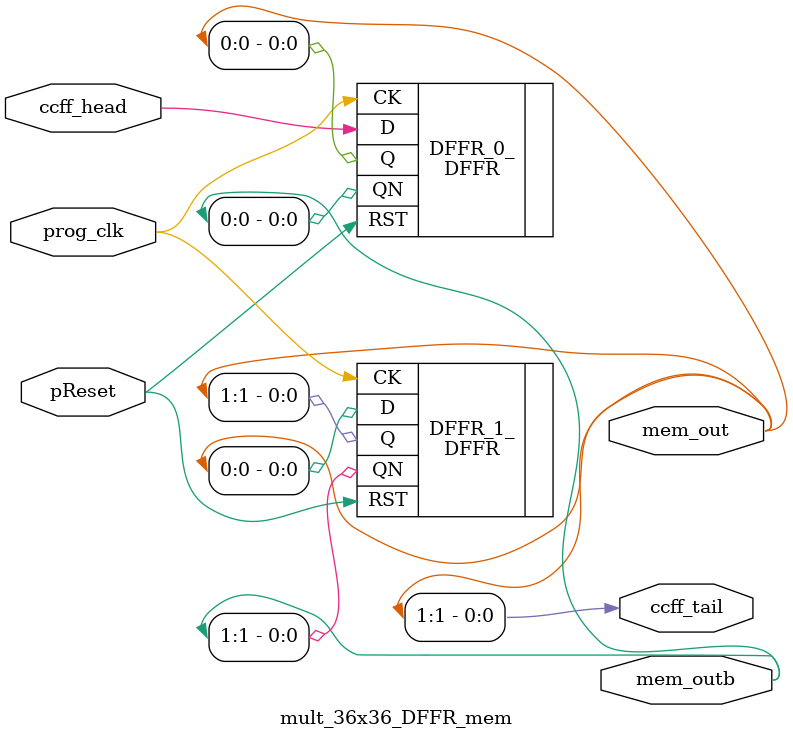
<source format=v>

module mux_2level_tapbuf_size50_mem(pReset,
                                    prog_clk,
                                    ccff_head,
                                    ccff_tail,
                                    mem_out,
                                    mem_outb);
//----- GLOBAL PORTS -----
input [0:0] pReset;
//----- GLOBAL PORTS -----
input [0:0] prog_clk;
//----- INPUT PORTS -----
input [0:0] ccff_head;
//----- OUTPUT PORTS -----
output [0:0] ccff_tail;
//----- OUTPUT PORTS -----
output [0:15] mem_out;
//----- OUTPUT PORTS -----
output [0:15] mem_outb;

//----- BEGIN wire-connection ports -----
//----- END wire-connection ports -----


//----- BEGIN Registered ports -----
//----- END Registered ports -----



// ----- BEGIN Local short connections -----
// ----- END Local short connections -----
// ----- BEGIN Local output short connections -----
	assign ccff_tail[0] = mem_out[15];
// ----- END Local output short connections -----

	DFFR DFFR_0_ (
		.RST(pReset),
		.CK(prog_clk),
		.D(ccff_head),
		.Q(mem_out[0]),
		.QN(mem_outb[0]));

	DFFR DFFR_1_ (
		.RST(pReset),
		.CK(prog_clk),
		.D(mem_out[0]),
		.Q(mem_out[1]),
		.QN(mem_outb[1]));

	DFFR DFFR_2_ (
		.RST(pReset),
		.CK(prog_clk),
		.D(mem_out[1]),
		.Q(mem_out[2]),
		.QN(mem_outb[2]));

	DFFR DFFR_3_ (
		.RST(pReset),
		.CK(prog_clk),
		.D(mem_out[2]),
		.Q(mem_out[3]),
		.QN(mem_outb[3]));

	DFFR DFFR_4_ (
		.RST(pReset),
		.CK(prog_clk),
		.D(mem_out[3]),
		.Q(mem_out[4]),
		.QN(mem_outb[4]));

	DFFR DFFR_5_ (
		.RST(pReset),
		.CK(prog_clk),
		.D(mem_out[4]),
		.Q(mem_out[5]),
		.QN(mem_outb[5]));

	DFFR DFFR_6_ (
		.RST(pReset),
		.CK(prog_clk),
		.D(mem_out[5]),
		.Q(mem_out[6]),
		.QN(mem_outb[6]));

	DFFR DFFR_7_ (
		.RST(pReset),
		.CK(prog_clk),
		.D(mem_out[6]),
		.Q(mem_out[7]),
		.QN(mem_outb[7]));

	DFFR DFFR_8_ (
		.RST(pReset),
		.CK(prog_clk),
		.D(mem_out[7]),
		.Q(mem_out[8]),
		.QN(mem_outb[8]));

	DFFR DFFR_9_ (
		.RST(pReset),
		.CK(prog_clk),
		.D(mem_out[8]),
		.Q(mem_out[9]),
		.QN(mem_outb[9]));

	DFFR DFFR_10_ (
		.RST(pReset),
		.CK(prog_clk),
		.D(mem_out[9]),
		.Q(mem_out[10]),
		.QN(mem_outb[10]));

	DFFR DFFR_11_ (
		.RST(pReset),
		.CK(prog_clk),
		.D(mem_out[10]),
		.Q(mem_out[11]),
		.QN(mem_outb[11]));

	DFFR DFFR_12_ (
		.RST(pReset),
		.CK(prog_clk),
		.D(mem_out[11]),
		.Q(mem_out[12]),
		.QN(mem_outb[12]));

	DFFR DFFR_13_ (
		.RST(pReset),
		.CK(prog_clk),
		.D(mem_out[12]),
		.Q(mem_out[13]),
		.QN(mem_outb[13]));

	DFFR DFFR_14_ (
		.RST(pReset),
		.CK(prog_clk),
		.D(mem_out[13]),
		.Q(mem_out[14]),
		.QN(mem_outb[14]));

	DFFR DFFR_15_ (
		.RST(pReset),
		.CK(prog_clk),
		.D(mem_out[14]),
		.Q(mem_out[15]),
		.QN(mem_outb[15]));

endmodule
// ----- END Verilog module for mux_2level_tapbuf_size50_mem -----

//----- Default net type -----
// `default_nettype wire




//----- Default net type -----
// `default_nettype none

// ----- Verilog module for mux_2level_tapbuf_size3_mem -----
module mux_2level_tapbuf_size3_mem(pReset,
                                   prog_clk,
                                   ccff_head,
                                   ccff_tail,
                                   mem_out,
                                   mem_outb);
//----- GLOBAL PORTS -----
input [0:0] pReset;
//----- GLOBAL PORTS -----
input [0:0] prog_clk;
//----- INPUT PORTS -----
input [0:0] ccff_head;
//----- OUTPUT PORTS -----
output [0:0] ccff_tail;
//----- OUTPUT PORTS -----
output [0:1] mem_out;
//----- OUTPUT PORTS -----
output [0:1] mem_outb;

//----- BEGIN wire-connection ports -----
//----- END wire-connection ports -----


//----- BEGIN Registered ports -----
//----- END Registered ports -----



// ----- BEGIN Local short connections -----
// ----- END Local short connections -----
// ----- BEGIN Local output short connections -----
	assign ccff_tail[0] = mem_out[1];
// ----- END Local output short connections -----

	DFFR DFFR_0_ (
		.RST(pReset),
		.CK(prog_clk),
		.D(ccff_head),
		.Q(mem_out[0]),
		.QN(mem_outb[0]));

	DFFR DFFR_1_ (
		.RST(pReset),
		.CK(prog_clk),
		.D(mem_out[0]),
		.Q(mem_out[1]),
		.QN(mem_outb[1]));

endmodule
// ----- END Verilog module for mux_2level_tapbuf_size3_mem -----

//----- Default net type -----
// `default_nettype wire




//----- Default net type -----
// `default_nettype none

// ----- Verilog module for mux_2level_tapbuf_size10_mem -----
module mux_2level_tapbuf_size10_mem(pReset,
                                    prog_clk,
                                    ccff_head,
                                    ccff_tail,
                                    mem_out,
                                    mem_outb);
//----- GLOBAL PORTS -----
input [0:0] pReset;
//----- GLOBAL PORTS -----
input [0:0] prog_clk;
//----- INPUT PORTS -----
input [0:0] ccff_head;
//----- OUTPUT PORTS -----
output [0:0] ccff_tail;
//----- OUTPUT PORTS -----
output [0:7] mem_out;
//----- OUTPUT PORTS -----
output [0:7] mem_outb;

//----- BEGIN wire-connection ports -----
//----- END wire-connection ports -----


//----- BEGIN Registered ports -----
//----- END Registered ports -----



// ----- BEGIN Local short connections -----
// ----- END Local short connections -----
// ----- BEGIN Local output short connections -----
	assign ccff_tail[0] = mem_out[7];
// ----- END Local output short connections -----

	DFFR DFFR_0_ (
		.RST(pReset),
		.CK(prog_clk),
		.D(ccff_head),
		.Q(mem_out[0]),
		.QN(mem_outb[0]));

	DFFR DFFR_1_ (
		.RST(pReset),
		.CK(prog_clk),
		.D(mem_out[0]),
		.Q(mem_out[1]),
		.QN(mem_outb[1]));

	DFFR DFFR_2_ (
		.RST(pReset),
		.CK(prog_clk),
		.D(mem_out[1]),
		.Q(mem_out[2]),
		.QN(mem_outb[2]));

	DFFR DFFR_3_ (
		.RST(pReset),
		.CK(prog_clk),
		.D(mem_out[2]),
		.Q(mem_out[3]),
		.QN(mem_outb[3]));

	DFFR DFFR_4_ (
		.RST(pReset),
		.CK(prog_clk),
		.D(mem_out[3]),
		.Q(mem_out[4]),
		.QN(mem_outb[4]));

	DFFR DFFR_5_ (
		.RST(pReset),
		.CK(prog_clk),
		.D(mem_out[4]),
		.Q(mem_out[5]),
		.QN(mem_outb[5]));

	DFFR DFFR_6_ (
		.RST(pReset),
		.CK(prog_clk),
		.D(mem_out[5]),
		.Q(mem_out[6]),
		.QN(mem_outb[6]));

	DFFR DFFR_7_ (
		.RST(pReset),
		.CK(prog_clk),
		.D(mem_out[6]),
		.Q(mem_out[7]),
		.QN(mem_outb[7]));

endmodule
// ----- END Verilog module for mux_2level_tapbuf_size10_mem -----

//----- Default net type -----
// `default_nettype wire




//----- Default net type -----
// `default_nettype none

// ----- Verilog module for mux_2level_tapbuf_size9_mem -----
module mux_2level_tapbuf_size9_mem(pReset,
                                   prog_clk,
                                   ccff_head,
                                   ccff_tail,
                                   mem_out,
                                   mem_outb);
//----- GLOBAL PORTS -----
input [0:0] pReset;
//----- GLOBAL PORTS -----
input [0:0] prog_clk;
//----- INPUT PORTS -----
input [0:0] ccff_head;
//----- OUTPUT PORTS -----
output [0:0] ccff_tail;
//----- OUTPUT PORTS -----
output [0:7] mem_out;
//----- OUTPUT PORTS -----
output [0:7] mem_outb;

//----- BEGIN wire-connection ports -----
//----- END wire-connection ports -----


//----- BEGIN Registered ports -----
//----- END Registered ports -----



// ----- BEGIN Local short connections -----
// ----- END Local short connections -----
// ----- BEGIN Local output short connections -----
	assign ccff_tail[0] = mem_out[7];
// ----- END Local output short connections -----

	DFFR DFFR_0_ (
		.RST(pReset),
		.CK(prog_clk),
		.D(ccff_head),
		.Q(mem_out[0]),
		.QN(mem_outb[0]));

	DFFR DFFR_1_ (
		.RST(pReset),
		.CK(prog_clk),
		.D(mem_out[0]),
		.Q(mem_out[1]),
		.QN(mem_outb[1]));

	DFFR DFFR_2_ (
		.RST(pReset),
		.CK(prog_clk),
		.D(mem_out[1]),
		.Q(mem_out[2]),
		.QN(mem_outb[2]));

	DFFR DFFR_3_ (
		.RST(pReset),
		.CK(prog_clk),
		.D(mem_out[2]),
		.Q(mem_out[3]),
		.QN(mem_outb[3]));

	DFFR DFFR_4_ (
		.RST(pReset),
		.CK(prog_clk),
		.D(mem_out[3]),
		.Q(mem_out[4]),
		.QN(mem_outb[4]));

	DFFR DFFR_5_ (
		.RST(pReset),
		.CK(prog_clk),
		.D(mem_out[4]),
		.Q(mem_out[5]),
		.QN(mem_outb[5]));

	DFFR DFFR_6_ (
		.RST(pReset),
		.CK(prog_clk),
		.D(mem_out[5]),
		.Q(mem_out[6]),
		.QN(mem_outb[6]));

	DFFR DFFR_7_ (
		.RST(pReset),
		.CK(prog_clk),
		.D(mem_out[6]),
		.Q(mem_out[7]),
		.QN(mem_outb[7]));

endmodule
// ----- END Verilog module for mux_2level_tapbuf_size9_mem -----

//----- Default net type -----
// `default_nettype wire




//----- Default net type -----
// `default_nettype none

// ----- Verilog module for mux_2level_tapbuf_size8_mem -----
module mux_2level_tapbuf_size8_mem(pReset,
                                   prog_clk,
                                   ccff_head,
                                   ccff_tail,
                                   mem_out,
                                   mem_outb);
//----- GLOBAL PORTS -----
input [0:0] pReset;
//----- GLOBAL PORTS -----
input [0:0] prog_clk;
//----- INPUT PORTS -----
input [0:0] ccff_head;
//----- OUTPUT PORTS -----
output [0:0] ccff_tail;
//----- OUTPUT PORTS -----
output [0:5] mem_out;
//----- OUTPUT PORTS -----
output [0:5] mem_outb;

//----- BEGIN wire-connection ports -----
//----- END wire-connection ports -----


//----- BEGIN Registered ports -----
//----- END Registered ports -----



// ----- BEGIN Local short connections -----
// ----- END Local short connections -----
// ----- BEGIN Local output short connections -----
	assign ccff_tail[0] = mem_out[5];
// ----- END Local output short connections -----

	DFFR DFFR_0_ (
		.RST(pReset),
		.CK(prog_clk),
		.D(ccff_head),
		.Q(mem_out[0]),
		.QN(mem_outb[0]));

	DFFR DFFR_1_ (
		.RST(pReset),
		.CK(prog_clk),
		.D(mem_out[0]),
		.Q(mem_out[1]),
		.QN(mem_outb[1]));

	DFFR DFFR_2_ (
		.RST(pReset),
		.CK(prog_clk),
		.D(mem_out[1]),
		.Q(mem_out[2]),
		.QN(mem_outb[2]));

	DFFR DFFR_3_ (
		.RST(pReset),
		.CK(prog_clk),
		.D(mem_out[2]),
		.Q(mem_out[3]),
		.QN(mem_outb[3]));

	DFFR DFFR_4_ (
		.RST(pReset),
		.CK(prog_clk),
		.D(mem_out[3]),
		.Q(mem_out[4]),
		.QN(mem_outb[4]));

	DFFR DFFR_5_ (
		.RST(pReset),
		.CK(prog_clk),
		.D(mem_out[4]),
		.Q(mem_out[5]),
		.QN(mem_outb[5]));

endmodule
// ----- END Verilog module for mux_2level_tapbuf_size8_mem -----

//----- Default net type -----
// `default_nettype wire




//----- Default net type -----
// `default_nettype none

// ----- Verilog module for mux_2level_tapbuf_size2_mem -----
module mux_2level_tapbuf_size2_mem(pReset,
                                   prog_clk,
                                   ccff_head,
                                   ccff_tail,
                                   mem_out,
                                   mem_outb);
//----- GLOBAL PORTS -----
input [0:0] pReset;
//----- GLOBAL PORTS -----
input [0:0] prog_clk;
//----- INPUT PORTS -----
input [0:0] ccff_head;
//----- OUTPUT PORTS -----
output [0:0] ccff_tail;
//----- OUTPUT PORTS -----
output [0:1] mem_out;
//----- OUTPUT PORTS -----
output [0:1] mem_outb;

//----- BEGIN wire-connection ports -----
//----- END wire-connection ports -----


//----- BEGIN Registered ports -----
//----- END Registered ports -----



// ----- BEGIN Local short connections -----
// ----- END Local short connections -----
// ----- BEGIN Local output short connections -----
	assign ccff_tail[0] = mem_out[1];
// ----- END Local output short connections -----

	DFFR DFFR_0_ (
		.RST(pReset),
		.CK(prog_clk),
		.D(ccff_head),
		.Q(mem_out[0]),
		.QN(mem_outb[0]));

	DFFR DFFR_1_ (
		.RST(pReset),
		.CK(prog_clk),
		.D(mem_out[0]),
		.Q(mem_out[1]),
		.QN(mem_outb[1]));

endmodule
// ----- END Verilog module for mux_2level_tapbuf_size2_mem -----

//----- Default net type -----
// `default_nettype wire




//----- Default net type -----
// `default_nettype none

// ----- Verilog module for mux_2level_tapbuf_size7_mem -----
module mux_2level_tapbuf_size7_mem(pReset,
                                   prog_clk,
                                   ccff_head,
                                   ccff_tail,
                                   mem_out,
                                   mem_outb);
//----- GLOBAL PORTS -----
input [0:0] pReset;
//----- GLOBAL PORTS -----
input [0:0] prog_clk;
//----- INPUT PORTS -----
input [0:0] ccff_head;
//----- OUTPUT PORTS -----
output [0:0] ccff_tail;
//----- OUTPUT PORTS -----
output [0:5] mem_out;
//----- OUTPUT PORTS -----
output [0:5] mem_outb;

//----- BEGIN wire-connection ports -----
//----- END wire-connection ports -----


//----- BEGIN Registered ports -----
//----- END Registered ports -----



// ----- BEGIN Local short connections -----
// ----- END Local short connections -----
// ----- BEGIN Local output short connections -----
	assign ccff_tail[0] = mem_out[5];
// ----- END Local output short connections -----

	DFFR DFFR_0_ (
		.RST(pReset),
		.CK(prog_clk),
		.D(ccff_head),
		.Q(mem_out[0]),
		.QN(mem_outb[0]));

	DFFR DFFR_1_ (
		.RST(pReset),
		.CK(prog_clk),
		.D(mem_out[0]),
		.Q(mem_out[1]),
		.QN(mem_outb[1]));

	DFFR DFFR_2_ (
		.RST(pReset),
		.CK(prog_clk),
		.D(mem_out[1]),
		.Q(mem_out[2]),
		.QN(mem_outb[2]));

	DFFR DFFR_3_ (
		.RST(pReset),
		.CK(prog_clk),
		.D(mem_out[2]),
		.Q(mem_out[3]),
		.QN(mem_outb[3]));

	DFFR DFFR_4_ (
		.RST(pReset),
		.CK(prog_clk),
		.D(mem_out[3]),
		.Q(mem_out[4]),
		.QN(mem_outb[4]));

	DFFR DFFR_5_ (
		.RST(pReset),
		.CK(prog_clk),
		.D(mem_out[4]),
		.Q(mem_out[5]),
		.QN(mem_outb[5]));

endmodule
// ----- END Verilog module for mux_2level_tapbuf_size7_mem -----

//----- Default net type -----
// `default_nettype wire




//----- Default net type -----
// `default_nettype none

// ----- Verilog module for mux_2level_tapbuf_size6_mem -----
module mux_2level_tapbuf_size6_mem(pReset,
                                   prog_clk,
                                   ccff_head,
                                   ccff_tail,
                                   mem_out,
                                   mem_outb);
//----- GLOBAL PORTS -----
input [0:0] pReset;
//----- GLOBAL PORTS -----
input [0:0] prog_clk;
//----- INPUT PORTS -----
input [0:0] ccff_head;
//----- OUTPUT PORTS -----
output [0:0] ccff_tail;
//----- OUTPUT PORTS -----
output [0:5] mem_out;
//----- OUTPUT PORTS -----
output [0:5] mem_outb;

//----- BEGIN wire-connection ports -----
//----- END wire-connection ports -----


//----- BEGIN Registered ports -----
//----- END Registered ports -----



// ----- BEGIN Local short connections -----
// ----- END Local short connections -----
// ----- BEGIN Local output short connections -----
	assign ccff_tail[0] = mem_out[5];
// ----- END Local output short connections -----

	DFFR DFFR_0_ (
		.RST(pReset),
		.CK(prog_clk),
		.D(ccff_head),
		.Q(mem_out[0]),
		.QN(mem_outb[0]));

	DFFR DFFR_1_ (
		.RST(pReset),
		.CK(prog_clk),
		.D(mem_out[0]),
		.Q(mem_out[1]),
		.QN(mem_outb[1]));

	DFFR DFFR_2_ (
		.RST(pReset),
		.CK(prog_clk),
		.D(mem_out[1]),
		.Q(mem_out[2]),
		.QN(mem_outb[2]));

	DFFR DFFR_3_ (
		.RST(pReset),
		.CK(prog_clk),
		.D(mem_out[2]),
		.Q(mem_out[3]),
		.QN(mem_outb[3]));

	DFFR DFFR_4_ (
		.RST(pReset),
		.CK(prog_clk),
		.D(mem_out[3]),
		.Q(mem_out[4]),
		.QN(mem_outb[4]));

	DFFR DFFR_5_ (
		.RST(pReset),
		.CK(prog_clk),
		.D(mem_out[4]),
		.Q(mem_out[5]),
		.QN(mem_outb[5]));

endmodule
// ----- END Verilog module for mux_2level_tapbuf_size6_mem -----

//----- Default net type -----
// `default_nettype wire




//----- Default net type -----
// `default_nettype none

// ----- Verilog module for mux_2level_tapbuf_size4_mem -----
module mux_2level_tapbuf_size4_mem(pReset,
                                   prog_clk,
                                   ccff_head,
                                   ccff_tail,
                                   mem_out,
                                   mem_outb);
//----- GLOBAL PORTS -----
input [0:0] pReset;
//----- GLOBAL PORTS -----
input [0:0] prog_clk;
//----- INPUT PORTS -----
input [0:0] ccff_head;
//----- OUTPUT PORTS -----
output [0:0] ccff_tail;
//----- OUTPUT PORTS -----
output [0:5] mem_out;
//----- OUTPUT PORTS -----
output [0:5] mem_outb;

//----- BEGIN wire-connection ports -----
//----- END wire-connection ports -----


//----- BEGIN Registered ports -----
//----- END Registered ports -----



// ----- BEGIN Local short connections -----
// ----- END Local short connections -----
// ----- BEGIN Local output short connections -----
	assign ccff_tail[0] = mem_out[5];
// ----- END Local output short connections -----

	DFFR DFFR_0_ (
		.RST(pReset),
		.CK(prog_clk),
		.D(ccff_head),
		.Q(mem_out[0]),
		.QN(mem_outb[0]));

	DFFR DFFR_1_ (
		.RST(pReset),
		.CK(prog_clk),
		.D(mem_out[0]),
		.Q(mem_out[1]),
		.QN(mem_outb[1]));

	DFFR DFFR_2_ (
		.RST(pReset),
		.CK(prog_clk),
		.D(mem_out[1]),
		.Q(mem_out[2]),
		.QN(mem_outb[2]));

	DFFR DFFR_3_ (
		.RST(pReset),
		.CK(prog_clk),
		.D(mem_out[2]),
		.Q(mem_out[3]),
		.QN(mem_outb[3]));

	DFFR DFFR_4_ (
		.RST(pReset),
		.CK(prog_clk),
		.D(mem_out[3]),
		.Q(mem_out[4]),
		.QN(mem_outb[4]));

	DFFR DFFR_5_ (
		.RST(pReset),
		.CK(prog_clk),
		.D(mem_out[4]),
		.Q(mem_out[5]),
		.QN(mem_outb[5]));

endmodule
// ----- END Verilog module for mux_2level_tapbuf_size4_mem -----

//----- Default net type -----
// `default_nettype wire




//----- Default net type -----
// `default_nettype none

// ----- Verilog module for mux_2level_tapbuf_size12_mem -----
module mux_2level_tapbuf_size12_mem(pReset,
                                    prog_clk,
                                    ccff_head,
                                    ccff_tail,
                                    mem_out,
                                    mem_outb);
//----- GLOBAL PORTS -----
input [0:0] pReset;
//----- GLOBAL PORTS -----
input [0:0] prog_clk;
//----- INPUT PORTS -----
input [0:0] ccff_head;
//----- OUTPUT PORTS -----
output [0:0] ccff_tail;
//----- OUTPUT PORTS -----
output [0:7] mem_out;
//----- OUTPUT PORTS -----
output [0:7] mem_outb;

//----- BEGIN wire-connection ports -----
//----- END wire-connection ports -----


//----- BEGIN Registered ports -----
//----- END Registered ports -----



// ----- BEGIN Local short connections -----
// ----- END Local short connections -----
// ----- BEGIN Local output short connections -----
	assign ccff_tail[0] = mem_out[7];
// ----- END Local output short connections -----

	DFFR DFFR_0_ (
		.RST(pReset),
		.CK(prog_clk),
		.D(ccff_head),
		.Q(mem_out[0]),
		.QN(mem_outb[0]));

	DFFR DFFR_1_ (
		.RST(pReset),
		.CK(prog_clk),
		.D(mem_out[0]),
		.Q(mem_out[1]),
		.QN(mem_outb[1]));

	DFFR DFFR_2_ (
		.RST(pReset),
		.CK(prog_clk),
		.D(mem_out[1]),
		.Q(mem_out[2]),
		.QN(mem_outb[2]));

	DFFR DFFR_3_ (
		.RST(pReset),
		.CK(prog_clk),
		.D(mem_out[2]),
		.Q(mem_out[3]),
		.QN(mem_outb[3]));

	DFFR DFFR_4_ (
		.RST(pReset),
		.CK(prog_clk),
		.D(mem_out[3]),
		.Q(mem_out[4]),
		.QN(mem_outb[4]));

	DFFR DFFR_5_ (
		.RST(pReset),
		.CK(prog_clk),
		.D(mem_out[4]),
		.Q(mem_out[5]),
		.QN(mem_outb[5]));

	DFFR DFFR_6_ (
		.RST(pReset),
		.CK(prog_clk),
		.D(mem_out[5]),
		.Q(mem_out[6]),
		.QN(mem_outb[6]));

	DFFR DFFR_7_ (
		.RST(pReset),
		.CK(prog_clk),
		.D(mem_out[6]),
		.Q(mem_out[7]),
		.QN(mem_outb[7]));

endmodule
// ----- END Verilog module for mux_2level_tapbuf_size12_mem -----

//----- Default net type -----
// `default_nettype wire




//----- Default net type -----
// `default_nettype none

// ----- Verilog module for mux_2level_tapbuf_size13_mem -----
module mux_2level_tapbuf_size13_mem(pReset,
                                    prog_clk,
                                    ccff_head,
                                    ccff_tail,
                                    mem_out,
                                    mem_outb);
//----- GLOBAL PORTS -----
input [0:0] pReset;
//----- GLOBAL PORTS -----
input [0:0] prog_clk;
//----- INPUT PORTS -----
input [0:0] ccff_head;
//----- OUTPUT PORTS -----
output [0:0] ccff_tail;
//----- OUTPUT PORTS -----
output [0:7] mem_out;
//----- OUTPUT PORTS -----
output [0:7] mem_outb;

//----- BEGIN wire-connection ports -----
//----- END wire-connection ports -----


//----- BEGIN Registered ports -----
//----- END Registered ports -----



// ----- BEGIN Local short connections -----
// ----- END Local short connections -----
// ----- BEGIN Local output short connections -----
	assign ccff_tail[0] = mem_out[7];
// ----- END Local output short connections -----

	DFFR DFFR_0_ (
		.RST(pReset),
		.CK(prog_clk),
		.D(ccff_head),
		.Q(mem_out[0]),
		.QN(mem_outb[0]));

	DFFR DFFR_1_ (
		.RST(pReset),
		.CK(prog_clk),
		.D(mem_out[0]),
		.Q(mem_out[1]),
		.QN(mem_outb[1]));

	DFFR DFFR_2_ (
		.RST(pReset),
		.CK(prog_clk),
		.D(mem_out[1]),
		.Q(mem_out[2]),
		.QN(mem_outb[2]));

	DFFR DFFR_3_ (
		.RST(pReset),
		.CK(prog_clk),
		.D(mem_out[2]),
		.Q(mem_out[3]),
		.QN(mem_outb[3]));

	DFFR DFFR_4_ (
		.RST(pReset),
		.CK(prog_clk),
		.D(mem_out[3]),
		.Q(mem_out[4]),
		.QN(mem_outb[4]));

	DFFR DFFR_5_ (
		.RST(pReset),
		.CK(prog_clk),
		.D(mem_out[4]),
		.Q(mem_out[5]),
		.QN(mem_outb[5]));

	DFFR DFFR_6_ (
		.RST(pReset),
		.CK(prog_clk),
		.D(mem_out[5]),
		.Q(mem_out[6]),
		.QN(mem_outb[6]));

	DFFR DFFR_7_ (
		.RST(pReset),
		.CK(prog_clk),
		.D(mem_out[6]),
		.Q(mem_out[7]),
		.QN(mem_outb[7]));

endmodule
// ----- END Verilog module for mux_2level_tapbuf_size13_mem -----

//----- Default net type -----
// `default_nettype wire




//----- Default net type -----
// `default_nettype none

// ----- Verilog module for mux_2level_tapbuf_size11_mem -----
module mux_2level_tapbuf_size11_mem(pReset,
                                    prog_clk,
                                    ccff_head,
                                    ccff_tail,
                                    mem_out,
                                    mem_outb);
//----- GLOBAL PORTS -----
input [0:0] pReset;
//----- GLOBAL PORTS -----
input [0:0] prog_clk;
//----- INPUT PORTS -----
input [0:0] ccff_head;
//----- OUTPUT PORTS -----
output [0:0] ccff_tail;
//----- OUTPUT PORTS -----
output [0:7] mem_out;
//----- OUTPUT PORTS -----
output [0:7] mem_outb;

//----- BEGIN wire-connection ports -----
//----- END wire-connection ports -----


//----- BEGIN Registered ports -----
//----- END Registered ports -----



// ----- BEGIN Local short connections -----
// ----- END Local short connections -----
// ----- BEGIN Local output short connections -----
	assign ccff_tail[0] = mem_out[7];
// ----- END Local output short connections -----

	DFFR DFFR_0_ (
		.RST(pReset),
		.CK(prog_clk),
		.D(ccff_head),
		.Q(mem_out[0]),
		.QN(mem_outb[0]));

	DFFR DFFR_1_ (
		.RST(pReset),
		.CK(prog_clk),
		.D(mem_out[0]),
		.Q(mem_out[1]),
		.QN(mem_outb[1]));

	DFFR DFFR_2_ (
		.RST(pReset),
		.CK(prog_clk),
		.D(mem_out[1]),
		.Q(mem_out[2]),
		.QN(mem_outb[2]));

	DFFR DFFR_3_ (
		.RST(pReset),
		.CK(prog_clk),
		.D(mem_out[2]),
		.Q(mem_out[3]),
		.QN(mem_outb[3]));

	DFFR DFFR_4_ (
		.RST(pReset),
		.CK(prog_clk),
		.D(mem_out[3]),
		.Q(mem_out[4]),
		.QN(mem_outb[4]));

	DFFR DFFR_5_ (
		.RST(pReset),
		.CK(prog_clk),
		.D(mem_out[4]),
		.Q(mem_out[5]),
		.QN(mem_outb[5]));

	DFFR DFFR_6_ (
		.RST(pReset),
		.CK(prog_clk),
		.D(mem_out[5]),
		.Q(mem_out[6]),
		.QN(mem_outb[6]));

	DFFR DFFR_7_ (
		.RST(pReset),
		.CK(prog_clk),
		.D(mem_out[6]),
		.Q(mem_out[7]),
		.QN(mem_outb[7]));

endmodule
// ----- END Verilog module for mux_2level_tapbuf_size11_mem -----

//----- Default net type -----
// `default_nettype wire




//----- Default net type -----
// `default_nettype none

// ----- Verilog module for mux_2level_tapbuf_size5_mem -----
module mux_2level_tapbuf_size5_mem(pReset,
                                   prog_clk,
                                   ccff_head,
                                   ccff_tail,
                                   mem_out,
                                   mem_outb);
//----- GLOBAL PORTS -----
input [0:0] pReset;
//----- GLOBAL PORTS -----
input [0:0] prog_clk;
//----- INPUT PORTS -----
input [0:0] ccff_head;
//----- OUTPUT PORTS -----
output [0:0] ccff_tail;
//----- OUTPUT PORTS -----
output [0:5] mem_out;
//----- OUTPUT PORTS -----
output [0:5] mem_outb;

//----- BEGIN wire-connection ports -----
//----- END wire-connection ports -----


//----- BEGIN Registered ports -----
//----- END Registered ports -----



// ----- BEGIN Local short connections -----
// ----- END Local short connections -----
// ----- BEGIN Local output short connections -----
	assign ccff_tail[0] = mem_out[5];
// ----- END Local output short connections -----

	DFFR DFFR_0_ (
		.RST(pReset),
		.CK(prog_clk),
		.D(ccff_head),
		.Q(mem_out[0]),
		.QN(mem_outb[0]));

	DFFR DFFR_1_ (
		.RST(pReset),
		.CK(prog_clk),
		.D(mem_out[0]),
		.Q(mem_out[1]),
		.QN(mem_outb[1]));

	DFFR DFFR_2_ (
		.RST(pReset),
		.CK(prog_clk),
		.D(mem_out[1]),
		.Q(mem_out[2]),
		.QN(mem_outb[2]));

	DFFR DFFR_3_ (
		.RST(pReset),
		.CK(prog_clk),
		.D(mem_out[2]),
		.Q(mem_out[3]),
		.QN(mem_outb[3]));

	DFFR DFFR_4_ (
		.RST(pReset),
		.CK(prog_clk),
		.D(mem_out[3]),
		.Q(mem_out[4]),
		.QN(mem_outb[4]));

	DFFR DFFR_5_ (
		.RST(pReset),
		.CK(prog_clk),
		.D(mem_out[4]),
		.Q(mem_out[5]),
		.QN(mem_outb[5]));

endmodule
// ----- END Verilog module for mux_2level_tapbuf_size5_mem -----

//----- Default net type -----
// `default_nettype wire




//----- Default net type -----
// `default_nettype none

// ----- Verilog module for mux_2level_tapbuf_size14_mem -----
module mux_2level_tapbuf_size14_mem(pReset,
                                    prog_clk,
                                    ccff_head,
                                    ccff_tail,
                                    mem_out,
                                    mem_outb);
//----- GLOBAL PORTS -----
input [0:0] pReset;
//----- GLOBAL PORTS -----
input [0:0] prog_clk;
//----- INPUT PORTS -----
input [0:0] ccff_head;
//----- OUTPUT PORTS -----
output [0:0] ccff_tail;
//----- OUTPUT PORTS -----
output [0:7] mem_out;
//----- OUTPUT PORTS -----
output [0:7] mem_outb;

//----- BEGIN wire-connection ports -----
//----- END wire-connection ports -----


//----- BEGIN Registered ports -----
//----- END Registered ports -----



// ----- BEGIN Local short connections -----
// ----- END Local short connections -----
// ----- BEGIN Local output short connections -----
	assign ccff_tail[0] = mem_out[7];
// ----- END Local output short connections -----

	DFFR DFFR_0_ (
		.RST(pReset),
		.CK(prog_clk),
		.D(ccff_head),
		.Q(mem_out[0]),
		.QN(mem_outb[0]));

	DFFR DFFR_1_ (
		.RST(pReset),
		.CK(prog_clk),
		.D(mem_out[0]),
		.Q(mem_out[1]),
		.QN(mem_outb[1]));

	DFFR DFFR_2_ (
		.RST(pReset),
		.CK(prog_clk),
		.D(mem_out[1]),
		.Q(mem_out[2]),
		.QN(mem_outb[2]));

	DFFR DFFR_3_ (
		.RST(pReset),
		.CK(prog_clk),
		.D(mem_out[2]),
		.Q(mem_out[3]),
		.QN(mem_outb[3]));

	DFFR DFFR_4_ (
		.RST(pReset),
		.CK(prog_clk),
		.D(mem_out[3]),
		.Q(mem_out[4]),
		.QN(mem_outb[4]));

	DFFR DFFR_5_ (
		.RST(pReset),
		.CK(prog_clk),
		.D(mem_out[4]),
		.Q(mem_out[5]),
		.QN(mem_outb[5]));

	DFFR DFFR_6_ (
		.RST(pReset),
		.CK(prog_clk),
		.D(mem_out[5]),
		.Q(mem_out[6]),
		.QN(mem_outb[6]));

	DFFR DFFR_7_ (
		.RST(pReset),
		.CK(prog_clk),
		.D(mem_out[6]),
		.Q(mem_out[7]),
		.QN(mem_outb[7]));

endmodule
// ----- END Verilog module for mux_2level_tapbuf_size14_mem -----

//----- Default net type -----
// `default_nettype wire




//----- Default net type -----
// `default_nettype none

// ----- Verilog module for mux_2level_size60_mem -----
module mux_2level_size60_mem(pReset,
                             prog_clk,
                             ccff_head,
                             ccff_tail,
                             mem_out,
                             mem_outb);
//----- GLOBAL PORTS -----
input [0:0] pReset;
//----- GLOBAL PORTS -----
input [0:0] prog_clk;
//----- INPUT PORTS -----
input [0:0] ccff_head;
//----- OUTPUT PORTS -----
output [0:0] ccff_tail;
//----- OUTPUT PORTS -----
output [0:15] mem_out;
//----- OUTPUT PORTS -----
output [0:15] mem_outb;

//----- BEGIN wire-connection ports -----
//----- END wire-connection ports -----


//----- BEGIN Registered ports -----
//----- END Registered ports -----



// ----- BEGIN Local short connections -----
// ----- END Local short connections -----
// ----- BEGIN Local output short connections -----
	assign ccff_tail[0] = mem_out[15];
// ----- END Local output short connections -----

	DFFR DFFR_0_ (
		.RST(pReset),
		.CK(prog_clk),
		.D(ccff_head),
		.Q(mem_out[0]),
		.QN(mem_outb[0]));

	DFFR DFFR_1_ (
		.RST(pReset),
		.CK(prog_clk),
		.D(mem_out[0]),
		.Q(mem_out[1]),
		.QN(mem_outb[1]));

	DFFR DFFR_2_ (
		.RST(pReset),
		.CK(prog_clk),
		.D(mem_out[1]),
		.Q(mem_out[2]),
		.QN(mem_outb[2]));

	DFFR DFFR_3_ (
		.RST(pReset),
		.CK(prog_clk),
		.D(mem_out[2]),
		.Q(mem_out[3]),
		.QN(mem_outb[3]));

	DFFR DFFR_4_ (
		.RST(pReset),
		.CK(prog_clk),
		.D(mem_out[3]),
		.Q(mem_out[4]),
		.QN(mem_outb[4]));

	DFFR DFFR_5_ (
		.RST(pReset),
		.CK(prog_clk),
		.D(mem_out[4]),
		.Q(mem_out[5]),
		.QN(mem_outb[5]));

	DFFR DFFR_6_ (
		.RST(pReset),
		.CK(prog_clk),
		.D(mem_out[5]),
		.Q(mem_out[6]),
		.QN(mem_outb[6]));

	DFFR DFFR_7_ (
		.RST(pReset),
		.CK(prog_clk),
		.D(mem_out[6]),
		.Q(mem_out[7]),
		.QN(mem_outb[7]));

	DFFR DFFR_8_ (
		.RST(pReset),
		.CK(prog_clk),
		.D(mem_out[7]),
		.Q(mem_out[8]),
		.QN(mem_outb[8]));

	DFFR DFFR_9_ (
		.RST(pReset),
		.CK(prog_clk),
		.D(mem_out[8]),
		.Q(mem_out[9]),
		.QN(mem_outb[9]));

	DFFR DFFR_10_ (
		.RST(pReset),
		.CK(prog_clk),
		.D(mem_out[9]),
		.Q(mem_out[10]),
		.QN(mem_outb[10]));

	DFFR DFFR_11_ (
		.RST(pReset),
		.CK(prog_clk),
		.D(mem_out[10]),
		.Q(mem_out[11]),
		.QN(mem_outb[11]));

	DFFR DFFR_12_ (
		.RST(pReset),
		.CK(prog_clk),
		.D(mem_out[11]),
		.Q(mem_out[12]),
		.QN(mem_outb[12]));

	DFFR DFFR_13_ (
		.RST(pReset),
		.CK(prog_clk),
		.D(mem_out[12]),
		.Q(mem_out[13]),
		.QN(mem_outb[13]));

	DFFR DFFR_14_ (
		.RST(pReset),
		.CK(prog_clk),
		.D(mem_out[13]),
		.Q(mem_out[14]),
		.QN(mem_outb[14]));

	DFFR DFFR_15_ (
		.RST(pReset),
		.CK(prog_clk),
		.D(mem_out[14]),
		.Q(mem_out[15]),
		.QN(mem_outb[15]));

endmodule
// ----- END Verilog module for mux_2level_size60_mem -----

//----- Default net type -----
// `default_nettype wire




//----- Default net type -----
// `default_nettype none

// ----- Verilog module for mux_1level_tapbuf_size3_mem -----
module mux_1level_tapbuf_size3_mem(pReset,
                                   prog_clk,
                                   ccff_head,
                                   ccff_tail,
                                   mem_out,
                                   mem_outb);
//----- GLOBAL PORTS -----
input [0:0] pReset;
//----- GLOBAL PORTS -----
input [0:0] prog_clk;
//----- INPUT PORTS -----
input [0:0] ccff_head;
//----- OUTPUT PORTS -----
output [0:0] ccff_tail;
//----- OUTPUT PORTS -----
output [0:3] mem_out;
//----- OUTPUT PORTS -----
output [0:3] mem_outb;

//----- BEGIN wire-connection ports -----
//----- END wire-connection ports -----


//----- BEGIN Registered ports -----
//----- END Registered ports -----



// ----- BEGIN Local short connections -----
// ----- END Local short connections -----
// ----- BEGIN Local output short connections -----
	assign ccff_tail[0] = mem_out[3];
// ----- END Local output short connections -----

	DFFR DFFR_0_ (
		.RST(pReset),
		.CK(prog_clk),
		.D(ccff_head),
		.Q(mem_out[0]),
		.QN(mem_outb[0]));

	DFFR DFFR_1_ (
		.RST(pReset),
		.CK(prog_clk),
		.D(mem_out[0]),
		.Q(mem_out[1]),
		.QN(mem_outb[1]));

	DFFR DFFR_2_ (
		.RST(pReset),
		.CK(prog_clk),
		.D(mem_out[1]),
		.Q(mem_out[2]),
		.QN(mem_outb[2]));

	DFFR DFFR_3_ (
		.RST(pReset),
		.CK(prog_clk),
		.D(mem_out[2]),
		.Q(mem_out[3]),
		.QN(mem_outb[3]));

endmodule
// ----- END Verilog module for mux_1level_tapbuf_size3_mem -----

//----- Default net type -----
// `default_nettype wire




//----- Default net type -----
// `default_nettype none

// ----- Verilog module for mux_1level_tapbuf_size2_mem -----
module mux_1level_tapbuf_size2_mem(pReset,
                                   prog_clk,
                                   ccff_head,
                                   ccff_tail,
                                   mem_out,
                                   mem_outb);
//----- GLOBAL PORTS -----
input [0:0] pReset;
//----- GLOBAL PORTS -----
input [0:0] prog_clk;
//----- INPUT PORTS -----
input [0:0] ccff_head;
//----- OUTPUT PORTS -----
output [0:0] ccff_tail;
//----- OUTPUT PORTS -----
output [0:2] mem_out;
//----- OUTPUT PORTS -----
output [0:2] mem_outb;

//----- BEGIN wire-connection ports -----
//----- END wire-connection ports -----


//----- BEGIN Registered ports -----
//----- END Registered ports -----



// ----- BEGIN Local short connections -----
// ----- END Local short connections -----
// ----- BEGIN Local output short connections -----
	assign ccff_tail[0] = mem_out[2];
// ----- END Local output short connections -----

	DFFR DFFR_0_ (
		.RST(pReset),
		.CK(prog_clk),
		.D(ccff_head),
		.Q(mem_out[0]),
		.QN(mem_outb[0]));

	DFFR DFFR_1_ (
		.RST(pReset),
		.CK(prog_clk),
		.D(mem_out[0]),
		.Q(mem_out[1]),
		.QN(mem_outb[1]));

	DFFR DFFR_2_ (
		.RST(pReset),
		.CK(prog_clk),
		.D(mem_out[1]),
		.Q(mem_out[2]),
		.QN(mem_outb[2]));

endmodule
// ----- END Verilog module for mux_1level_tapbuf_size2_mem -----

//----- Default net type -----
// `default_nettype wire




//----- Default net type -----
// `default_nettype none

// ----- Verilog module for MULTI_MODE_DFFSRQ_DFFR_mem -----
module MULTI_MODE_DFFSRQ_DFFR_mem(pReset,
                                  prog_clk,
                                  ccff_head,
                                  ccff_tail,
                                  mem_out,
                                  mem_outb);
//----- GLOBAL PORTS -----
input [0:0] pReset;
//----- GLOBAL PORTS -----
input [0:0] prog_clk;
//----- INPUT PORTS -----
input [0:0] ccff_head;
//----- OUTPUT PORTS -----
output [0:0] ccff_tail;
//----- OUTPUT PORTS -----
output [0:1] mem_out;
//----- OUTPUT PORTS -----
output [0:1] mem_outb;

//----- BEGIN wire-connection ports -----
//----- END wire-connection ports -----


//----- BEGIN Registered ports -----
//----- END Registered ports -----



// ----- BEGIN Local short connections -----
// ----- END Local short connections -----
// ----- BEGIN Local output short connections -----
	assign ccff_tail[0] = mem_out[1];
// ----- END Local output short connections -----

	DFFR DFFR_0_ (
		.RST(pReset),
		.CK(prog_clk),
		.D(ccff_head),
		.Q(mem_out[0]),
		.QN(mem_outb[0]));

	DFFR DFFR_1_ (
		.RST(pReset),
		.CK(prog_clk),
		.D(mem_out[0]),
		.Q(mem_out[1]),
		.QN(mem_outb[1]));

endmodule
// ----- END Verilog module for MULTI_MODE_DFFSRQ_DFFR_mem -----

//----- Default net type -----
// `default_nettype wire




//----- Default net type -----
// `default_nettype none

// ----- Verilog module for frac_lut6_DFFR_mem -----
module frac_lut6_DFFR_mem(pReset,
                          prog_clk,
                          ccff_head,
                          ccff_tail,
                          mem_out,
                          mem_outb);
//----- GLOBAL PORTS -----
input [0:0] pReset;
//----- GLOBAL PORTS -----
input [0:0] prog_clk;
//----- INPUT PORTS -----
input [0:0] ccff_head;
//----- OUTPUT PORTS -----
output [0:0] ccff_tail;
//----- OUTPUT PORTS -----
output [0:65] mem_out;
//----- OUTPUT PORTS -----
output [0:65] mem_outb;

//----- BEGIN wire-connection ports -----
//----- END wire-connection ports -----


//----- BEGIN Registered ports -----
//----- END Registered ports -----



// ----- BEGIN Local short connections -----
// ----- END Local short connections -----
// ----- BEGIN Local output short connections -----
	assign ccff_tail[0] = mem_out[65];
// ----- END Local output short connections -----

	DFFR DFFR_0_ (
		.RST(pReset),
		.CK(prog_clk),
		.D(ccff_head),
		.Q(mem_out[0]),
		.QN(mem_outb[0]));

	DFFR DFFR_1_ (
		.RST(pReset),
		.CK(prog_clk),
		.D(mem_out[0]),
		.Q(mem_out[1]),
		.QN(mem_outb[1]));

	DFFR DFFR_2_ (
		.RST(pReset),
		.CK(prog_clk),
		.D(mem_out[1]),
		.Q(mem_out[2]),
		.QN(mem_outb[2]));

	DFFR DFFR_3_ (
		.RST(pReset),
		.CK(prog_clk),
		.D(mem_out[2]),
		.Q(mem_out[3]),
		.QN(mem_outb[3]));

	DFFR DFFR_4_ (
		.RST(pReset),
		.CK(prog_clk),
		.D(mem_out[3]),
		.Q(mem_out[4]),
		.QN(mem_outb[4]));

	DFFR DFFR_5_ (
		.RST(pReset),
		.CK(prog_clk),
		.D(mem_out[4]),
		.Q(mem_out[5]),
		.QN(mem_outb[5]));

	DFFR DFFR_6_ (
		.RST(pReset),
		.CK(prog_clk),
		.D(mem_out[5]),
		.Q(mem_out[6]),
		.QN(mem_outb[6]));

	DFFR DFFR_7_ (
		.RST(pReset),
		.CK(prog_clk),
		.D(mem_out[6]),
		.Q(mem_out[7]),
		.QN(mem_outb[7]));

	DFFR DFFR_8_ (
		.RST(pReset),
		.CK(prog_clk),
		.D(mem_out[7]),
		.Q(mem_out[8]),
		.QN(mem_outb[8]));

	DFFR DFFR_9_ (
		.RST(pReset),
		.CK(prog_clk),
		.D(mem_out[8]),
		.Q(mem_out[9]),
		.QN(mem_outb[9]));

	DFFR DFFR_10_ (
		.RST(pReset),
		.CK(prog_clk),
		.D(mem_out[9]),
		.Q(mem_out[10]),
		.QN(mem_outb[10]));

	DFFR DFFR_11_ (
		.RST(pReset),
		.CK(prog_clk),
		.D(mem_out[10]),
		.Q(mem_out[11]),
		.QN(mem_outb[11]));

	DFFR DFFR_12_ (
		.RST(pReset),
		.CK(prog_clk),
		.D(mem_out[11]),
		.Q(mem_out[12]),
		.QN(mem_outb[12]));

	DFFR DFFR_13_ (
		.RST(pReset),
		.CK(prog_clk),
		.D(mem_out[12]),
		.Q(mem_out[13]),
		.QN(mem_outb[13]));

	DFFR DFFR_14_ (
		.RST(pReset),
		.CK(prog_clk),
		.D(mem_out[13]),
		.Q(mem_out[14]),
		.QN(mem_outb[14]));

	DFFR DFFR_15_ (
		.RST(pReset),
		.CK(prog_clk),
		.D(mem_out[14]),
		.Q(mem_out[15]),
		.QN(mem_outb[15]));

	DFFR DFFR_16_ (
		.RST(pReset),
		.CK(prog_clk),
		.D(mem_out[15]),
		.Q(mem_out[16]),
		.QN(mem_outb[16]));

	DFFR DFFR_17_ (
		.RST(pReset),
		.CK(prog_clk),
		.D(mem_out[16]),
		.Q(mem_out[17]),
		.QN(mem_outb[17]));

	DFFR DFFR_18_ (
		.RST(pReset),
		.CK(prog_clk),
		.D(mem_out[17]),
		.Q(mem_out[18]),
		.QN(mem_outb[18]));

	DFFR DFFR_19_ (
		.RST(pReset),
		.CK(prog_clk),
		.D(mem_out[18]),
		.Q(mem_out[19]),
		.QN(mem_outb[19]));

	DFFR DFFR_20_ (
		.RST(pReset),
		.CK(prog_clk),
		.D(mem_out[19]),
		.Q(mem_out[20]),
		.QN(mem_outb[20]));

	DFFR DFFR_21_ (
		.RST(pReset),
		.CK(prog_clk),
		.D(mem_out[20]),
		.Q(mem_out[21]),
		.QN(mem_outb[21]));

	DFFR DFFR_22_ (
		.RST(pReset),
		.CK(prog_clk),
		.D(mem_out[21]),
		.Q(mem_out[22]),
		.QN(mem_outb[22]));

	DFFR DFFR_23_ (
		.RST(pReset),
		.CK(prog_clk),
		.D(mem_out[22]),
		.Q(mem_out[23]),
		.QN(mem_outb[23]));

	DFFR DFFR_24_ (
		.RST(pReset),
		.CK(prog_clk),
		.D(mem_out[23]),
		.Q(mem_out[24]),
		.QN(mem_outb[24]));

	DFFR DFFR_25_ (
		.RST(pReset),
		.CK(prog_clk),
		.D(mem_out[24]),
		.Q(mem_out[25]),
		.QN(mem_outb[25]));

	DFFR DFFR_26_ (
		.RST(pReset),
		.CK(prog_clk),
		.D(mem_out[25]),
		.Q(mem_out[26]),
		.QN(mem_outb[26]));

	DFFR DFFR_27_ (
		.RST(pReset),
		.CK(prog_clk),
		.D(mem_out[26]),
		.Q(mem_out[27]),
		.QN(mem_outb[27]));

	DFFR DFFR_28_ (
		.RST(pReset),
		.CK(prog_clk),
		.D(mem_out[27]),
		.Q(mem_out[28]),
		.QN(mem_outb[28]));

	DFFR DFFR_29_ (
		.RST(pReset),
		.CK(prog_clk),
		.D(mem_out[28]),
		.Q(mem_out[29]),
		.QN(mem_outb[29]));

	DFFR DFFR_30_ (
		.RST(pReset),
		.CK(prog_clk),
		.D(mem_out[29]),
		.Q(mem_out[30]),
		.QN(mem_outb[30]));

	DFFR DFFR_31_ (
		.RST(pReset),
		.CK(prog_clk),
		.D(mem_out[30]),
		.Q(mem_out[31]),
		.QN(mem_outb[31]));

	DFFR DFFR_32_ (
		.RST(pReset),
		.CK(prog_clk),
		.D(mem_out[31]),
		.Q(mem_out[32]),
		.QN(mem_outb[32]));

	DFFR DFFR_33_ (
		.RST(pReset),
		.CK(prog_clk),
		.D(mem_out[32]),
		.Q(mem_out[33]),
		.QN(mem_outb[33]));

	DFFR DFFR_34_ (
		.RST(pReset),
		.CK(prog_clk),
		.D(mem_out[33]),
		.Q(mem_out[34]),
		.QN(mem_outb[34]));

	DFFR DFFR_35_ (
		.RST(pReset),
		.CK(prog_clk),
		.D(mem_out[34]),
		.Q(mem_out[35]),
		.QN(mem_outb[35]));

	DFFR DFFR_36_ (
		.RST(pReset),
		.CK(prog_clk),
		.D(mem_out[35]),
		.Q(mem_out[36]),
		.QN(mem_outb[36]));

	DFFR DFFR_37_ (
		.RST(pReset),
		.CK(prog_clk),
		.D(mem_out[36]),
		.Q(mem_out[37]),
		.QN(mem_outb[37]));

	DFFR DFFR_38_ (
		.RST(pReset),
		.CK(prog_clk),
		.D(mem_out[37]),
		.Q(mem_out[38]),
		.QN(mem_outb[38]));

	DFFR DFFR_39_ (
		.RST(pReset),
		.CK(prog_clk),
		.D(mem_out[38]),
		.Q(mem_out[39]),
		.QN(mem_outb[39]));

	DFFR DFFR_40_ (
		.RST(pReset),
		.CK(prog_clk),
		.D(mem_out[39]),
		.Q(mem_out[40]),
		.QN(mem_outb[40]));

	DFFR DFFR_41_ (
		.RST(pReset),
		.CK(prog_clk),
		.D(mem_out[40]),
		.Q(mem_out[41]),
		.QN(mem_outb[41]));

	DFFR DFFR_42_ (
		.RST(pReset),
		.CK(prog_clk),
		.D(mem_out[41]),
		.Q(mem_out[42]),
		.QN(mem_outb[42]));

	DFFR DFFR_43_ (
		.RST(pReset),
		.CK(prog_clk),
		.D(mem_out[42]),
		.Q(mem_out[43]),
		.QN(mem_outb[43]));

	DFFR DFFR_44_ (
		.RST(pReset),
		.CK(prog_clk),
		.D(mem_out[43]),
		.Q(mem_out[44]),
		.QN(mem_outb[44]));

	DFFR DFFR_45_ (
		.RST(pReset),
		.CK(prog_clk),
		.D(mem_out[44]),
		.Q(mem_out[45]),
		.QN(mem_outb[45]));

	DFFR DFFR_46_ (
		.RST(pReset),
		.CK(prog_clk),
		.D(mem_out[45]),
		.Q(mem_out[46]),
		.QN(mem_outb[46]));

	DFFR DFFR_47_ (
		.RST(pReset),
		.CK(prog_clk),
		.D(mem_out[46]),
		.Q(mem_out[47]),
		.QN(mem_outb[47]));

	DFFR DFFR_48_ (
		.RST(pReset),
		.CK(prog_clk),
		.D(mem_out[47]),
		.Q(mem_out[48]),
		.QN(mem_outb[48]));

	DFFR DFFR_49_ (
		.RST(pReset),
		.CK(prog_clk),
		.D(mem_out[48]),
		.Q(mem_out[49]),
		.QN(mem_outb[49]));

	DFFR DFFR_50_ (
		.RST(pReset),
		.CK(prog_clk),
		.D(mem_out[49]),
		.Q(mem_out[50]),
		.QN(mem_outb[50]));

	DFFR DFFR_51_ (
		.RST(pReset),
		.CK(prog_clk),
		.D(mem_out[50]),
		.Q(mem_out[51]),
		.QN(mem_outb[51]));

	DFFR DFFR_52_ (
		.RST(pReset),
		.CK(prog_clk),
		.D(mem_out[51]),
		.Q(mem_out[52]),
		.QN(mem_outb[52]));

	DFFR DFFR_53_ (
		.RST(pReset),
		.CK(prog_clk),
		.D(mem_out[52]),
		.Q(mem_out[53]),
		.QN(mem_outb[53]));

	DFFR DFFR_54_ (
		.RST(pReset),
		.CK(prog_clk),
		.D(mem_out[53]),
		.Q(mem_out[54]),
		.QN(mem_outb[54]));

	DFFR DFFR_55_ (
		.RST(pReset),
		.CK(prog_clk),
		.D(mem_out[54]),
		.Q(mem_out[55]),
		.QN(mem_outb[55]));

	DFFR DFFR_56_ (
		.RST(pReset),
		.CK(prog_clk),
		.D(mem_out[55]),
		.Q(mem_out[56]),
		.QN(mem_outb[56]));

	DFFR DFFR_57_ (
		.RST(pReset),
		.CK(prog_clk),
		.D(mem_out[56]),
		.Q(mem_out[57]),
		.QN(mem_outb[57]));

	DFFR DFFR_58_ (
		.RST(pReset),
		.CK(prog_clk),
		.D(mem_out[57]),
		.Q(mem_out[58]),
		.QN(mem_outb[58]));

	DFFR DFFR_59_ (
		.RST(pReset),
		.CK(prog_clk),
		.D(mem_out[58]),
		.Q(mem_out[59]),
		.QN(mem_outb[59]));

	DFFR DFFR_60_ (
		.RST(pReset),
		.CK(prog_clk),
		.D(mem_out[59]),
		.Q(mem_out[60]),
		.QN(mem_outb[60]));

	DFFR DFFR_61_ (
		.RST(pReset),
		.CK(prog_clk),
		.D(mem_out[60]),
		.Q(mem_out[61]),
		.QN(mem_outb[61]));

	DFFR DFFR_62_ (
		.RST(pReset),
		.CK(prog_clk),
		.D(mem_out[61]),
		.Q(mem_out[62]),
		.QN(mem_outb[62]));

	DFFR DFFR_63_ (
		.RST(pReset),
		.CK(prog_clk),
		.D(mem_out[62]),
		.Q(mem_out[63]),
		.QN(mem_outb[63]));

	DFFR DFFR_64_ (
		.RST(pReset),
		.CK(prog_clk),
		.D(mem_out[63]),
		.Q(mem_out[64]),
		.QN(mem_outb[64]));

	DFFR DFFR_65_ (
		.RST(pReset),
		.CK(prog_clk),
		.D(mem_out[64]),
		.Q(mem_out[65]),
		.QN(mem_outb[65]));

endmodule
// ----- END Verilog module for frac_lut6_DFFR_mem -----

//----- Default net type -----
// `default_nettype wire




//----- Default net type -----
// `default_nettype none

// ----- Verilog module for GPIO_DFFR_mem -----
module GPIO_DFFR_mem(pReset,
                     prog_clk,
                     ccff_head,
                     ccff_tail,
                     mem_out,
                     mem_outb);
//----- GLOBAL PORTS -----
input [0:0] pReset;
//----- GLOBAL PORTS -----
input [0:0] prog_clk;
//----- INPUT PORTS -----
input [0:0] ccff_head;
//----- OUTPUT PORTS -----
output [0:0] ccff_tail;
//----- OUTPUT PORTS -----
output [0:0] mem_out;
//----- OUTPUT PORTS -----
output [0:0] mem_outb;

//----- BEGIN wire-connection ports -----
//----- END wire-connection ports -----


//----- BEGIN Registered ports -----
//----- END Registered ports -----



// ----- BEGIN Local short connections -----
// ----- END Local short connections -----
// ----- BEGIN Local output short connections -----
	assign ccff_tail[0] = mem_out[0];
// ----- END Local output short connections -----

	DFFR DFFR_0_ (
		.RST(pReset),
		.CK(prog_clk),
		.D(ccff_head),
		.Q(mem_out),
		.QN(mem_outb));

endmodule
// ----- END Verilog module for GPIO_DFFR_mem -----

//----- Default net type -----
// `default_nettype wire




//----- Default net type -----
// `default_nettype none

// ----- Verilog module for mult_36x36_DFFR_mem -----
module mult_36x36_DFFR_mem(pReset,
                           prog_clk,
                           ccff_head,
                           ccff_tail,
                           mem_out,
                           mem_outb);
//----- GLOBAL PORTS -----
input [0:0] pReset;
//----- GLOBAL PORTS -----
input [0:0] prog_clk;
//----- INPUT PORTS -----
input [0:0] ccff_head;
//----- OUTPUT PORTS -----
output [0:0] ccff_tail;
//----- OUTPUT PORTS -----
output [0:1] mem_out;
//----- OUTPUT PORTS -----
output [0:1] mem_outb;

//----- BEGIN wire-connection ports -----
//----- END wire-connection ports -----


//----- BEGIN Registered ports -----
//----- END Registered ports -----



// ----- BEGIN Local short connections -----
// ----- END Local short connections -----
// ----- BEGIN Local output short connections -----
	assign ccff_tail[0] = mem_out[1];
// ----- END Local output short connections -----

	DFFR DFFR_0_ (
		.RST(pReset),
		.CK(prog_clk),
		.D(ccff_head),
		.Q(mem_out[0]),
		.QN(mem_outb[0]));

	DFFR DFFR_1_ (
		.RST(pReset),
		.CK(prog_clk),
		.D(mem_out[0]),
		.Q(mem_out[1]),
		.QN(mem_outb[1]));

endmodule
// ----- END Verilog module for mult_36x36_DFFR_mem -----

//----- Default net type -----
// `default_nettype wire





</source>
